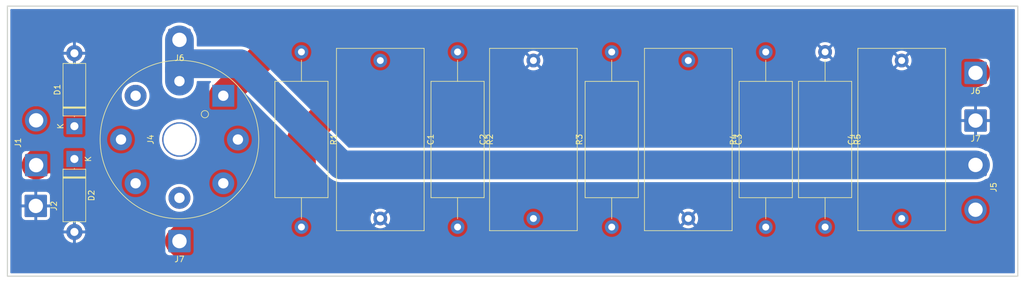
<source format=kicad_pcb>
(kicad_pcb (version 20211014) (generator pcbnew)
  (layers (0 "F.Cu" signal) (31 "B.Cu" signal) (34 "B.Paste" user) (35 "F.Paste" user) (36 "B.SilkS" user "B.Silkscreen") (37 "F.SilkS" user "F.Silkscreen") (38 "B.Mask" user) (39 "F.Mask" user) (44 "Edge.Cuts" user))
  (net 0 "")
  (net 1 "Net-(C1-Pad1)")
  (net 2 "Net-(C2-Pad1)")
  (net 3 "Net-(C3-Pad1)")
  (net 4 "Net-(C4-Pad1)")
  (net 5 "Net-(D1-Pad1)")
  (net 6 "Net-(D2-Pad1)")
  (net 7 "Net-(J3-Pad2)")
  (net 8 "Net-(J4-Pad1)")
  (net 11 "GND")
  (footprint "Connector_Wire:SolderWire-2sqmm_1x02_P7.8mm_D2mm_OD3.9mm" (layer "F.Cu") (at -59.64 103.17 90)
    (fp_text reference "J1" (at 3.9 -3.15 90) (layer "F.SilkS"))
    (fp_text value "300Vac")
    (pad "1" thru_hole roundrect locked (at 0 0 90) (size 3.9 3.9) (drill 2.5) (layers *.Cu *.Mask) (roundrect_rratio 0.064103) (net 6 "Net-(D2-Pad1)"))
    (pad "2" thru_hole circle locked (at 7.8 0 90) (size 3.9 3.9) (drill 2.5) (layers *.Cu *.Mask) (net 5 "Net-(D1-Pad1)"))
  )
  (footprint "Connector_Wire:SolderWire-2sqmm_1x01_D2mm_OD3.9mm" (layer "F.Cu") (at -34.73 116.4 180)
    (fp_text reference "J7" (at 0 -3.15) (layer "F.SilkS"))
    (fp_text value "6.3Vac")
    (pad "1" thru_hole roundrect locked (at 0 0 180) (size 3.9 3.9) (drill 2.5) (layers *.Cu *.Mask) (roundrect_rratio 0.064103) (net 4 "Net-(C4-Pad1)"))
  )
  (footprint "Capacitor_THT:C_Rect_L31.5mm_W15.0mm_P27.50mm_MKS4" (layer "F.Cu") (at 26.79 112.46 90)
    (fp_text reference "C2" (at 13.75 -8.75 90) (layer "F.SilkS"))
    (fp_text value "C")
    (fp_line (start -2.12 -7.62) (end -2.12 7.62) (layer "F.SilkS") (width 0.12))
    (fp_line (start -2.12 -7.62) (end 29.62 -7.62) (layer "F.SilkS") (width 0.12))
    (fp_line (start 29.62 -7.62) (end 29.62 7.62) (layer "F.SilkS") (width 0.12))
    (fp_line (start -2.12 7.62) (end 29.62 7.62) (layer "F.SilkS") (width 0.12))
    (pad "1" thru_hole circle locked (at 0 0 90) (size 2.4 2.4) (drill 1.2) (layers *.Cu *.Mask) (net 2 "Net-(C2-Pad1)"))
    (pad "2" thru_hole circle locked (at 27.5 0 90) (size 2.4 2.4) (drill 1.2) (layers *.Cu *.Mask) (net 11 "GND"))
  )
  (footprint "Valve:Valve_Octal" (layer "F.Cu") (at -27.11 91.09 90)
    (fp_text reference "J4" (at -7.62 -12.62 90) (layer "F.SilkS"))
    (fp_text value "6BY5")
    (fp_circle (center -3.21 -3.2) (end -2.77 -2.75) (layer "F.SilkS") (width 0.12) (fill none))
    (fp_circle (center -7.62 -7.62) (end 2.13 2.13) (layer "F.SilkS") (width 0.12) (fill none))
    (pad "" thru_hole circle locked (at -7.62 -7.62 90) (size 6 6) (drill 5.5) (layers *.Cu *.Mask))
    (pad "1" thru_hole rect locked (at 0 0 90) (size 3.81 3.81) (drill 1.8) (layers *.Cu *.Mask) (net 8 "Net-(J4-Pad1)"))
    (pad "2" thru_hole circle locked (at 2.54 -7.62 90) (size 3.81 3.81) (drill 1.8) (layers *.Cu *.Mask) (net 7 "Net-(J3-Pad2)"))
    (pad "3" thru_hole circle locked (at 0 -15.24 90) (size 3.81 3.81) (drill 1.8) (layers *.Cu *.Mask))
    (pad "4" thru_hole circle locked (at -7.62 -17.78 90) (size 3.81 3.81) (drill 1.8) (layers *.Cu *.Mask) (net 5 "Net-(D1-Pad1)"))
    (pad "5" thru_hole circle locked (at -15.24 -15.24 90) (size 3.81 3.81) (drill 1.8) (layers *.Cu *.Mask) (net 6 "Net-(D2-Pad1)"))
    (pad "6" thru_hole circle locked (at -17.78 -7.62 90) (size 3.81 3.81) (drill 1.8) (layers *.Cu *.Mask))
    (pad "7" thru_hole circle locked (at -15.24 0 90) (size 3.81 3.81) (drill 1.8) (layers *.Cu *.Mask) (net 4 "Net-(C4-Pad1)"))
    (pad "8" thru_hole circle locked (at -7.62 2.54 90) (size 3.81 3.81) (drill 1.8) (layers *.Cu *.Mask) (net 8 "Net-(J4-Pad1)"))
  )
  (footprint "Connector_Wire:SolderWire-2sqmm_1x01_D2mm_OD3.9mm" (layer "F.Cu") (at 103.64 87.11 180)
    (fp_text reference "J6" (at 0 -3.15) (layer "F.SilkS"))
    (fp_text value "350V")
    (pad "1" thru_hole roundrect locked (at 0 0 180) (size 3.9 3.9) (drill 2.5) (layers *.Cu *.Mask) (roundrect_rratio 0.064103) (net 3 "Net-(C3-Pad1)"))
  )
  (footprint "Resistor_THT:R_Axial_DIN0922_L20.0mm_D9.0mm_P30.48mm_Horizontal" (layer "F.Cu") (at 40.4 113.955 90)
    (fp_text reference "R3" (at 15.24 -5.62 90) (layer "F.SilkS"))
    (fp_text value "500")
    (fp_line (start 5.12 -4.62) (end 5.12 4.62) (layer "F.SilkS") (width 0.12))
    (fp_line (start 5.12 4.62) (end 25.36 4.62) (layer "F.SilkS") (width 0.12))
    (fp_line (start 29.04 0) (end 25.36 0) (layer "F.SilkS") (width 0.12))
    (fp_line (start 1.44 0) (end 5.12 0) (layer "F.SilkS") (width 0.12))
    (fp_line (start 25.36 4.62) (end 25.36 -4.62) (layer "F.SilkS") (width 0.12))
    (fp_line (start 25.36 -4.62) (end 5.12 -4.62) (layer "F.SilkS") (width 0.12))
    (pad "1" thru_hole circle locked (at 0 0 90) (size 2.4 2.4) (drill 1.2) (layers *.Cu *.Mask) (net 2 "Net-(C2-Pad1)"))
    (pad "2" thru_hole oval locked (at 30.48 0 90) (size 2.4 2.4) (drill 1.2) (layers *.Cu *.Mask) (net 3 "Net-(C3-Pad1)"))
  )
  (footprint "Resistor_THT:R_Axial_DIN0922_L20.0mm_D9.0mm_P30.48mm_Horizontal" (layer "F.Cu") (at 13.61 83.465 -90)
    (fp_text reference "R2" (at 15.24 -5.62 90) (layer "F.SilkS"))
    (fp_text value "500")
    (fp_line (start 29.04 0) (end 25.36 0) (layer "F.SilkS") (width 0.12))
    (fp_line (start 25.36 -4.62) (end 5.12 -4.62) (layer "F.SilkS") (width 0.12))
    (fp_line (start 1.44 0) (end 5.12 0) (layer "F.SilkS") (width 0.12))
    (fp_line (start 5.12 -4.62) (end 5.12 4.62) (layer "F.SilkS") (width 0.12))
    (fp_line (start 25.36 4.62) (end 25.36 -4.62) (layer "F.SilkS") (width 0.12))
    (fp_line (start 5.12 4.62) (end 25.36 4.62) (layer "F.SilkS") (width 0.12))
    (pad "1" thru_hole circle locked (at 0 0 270) (size 2.4 2.4) (drill 1.2) (layers *.Cu *.Mask) (net 1 "Net-(C1-Pad1)"))
    (pad "2" thru_hole oval locked (at 30.48 0 270) (size 2.4 2.4) (drill 1.2) (layers *.Cu *.Mask) (net 2 "Net-(C2-Pad1)"))
  )
  (footprint "Resistor_THT:R_Axial_DIN0922_L20.0mm_D9.0mm_P30.48mm_Horizontal" (layer "F.Cu") (at -13.53 83.465 -90)
    (fp_text reference "R1" (at 15.24 -5.62 90) (layer "F.SilkS"))
    (fp_text value "250")
    (fp_line (start 25.36 4.62) (end 25.36 -4.62) (layer "F.SilkS") (width 0.12))
    (fp_line (start 29.04 0) (end 25.36 0) (layer "F.SilkS") (width 0.12))
    (fp_line (start 5.12 -4.62) (end 5.12 4.62) (layer "F.SilkS") (width 0.12))
    (fp_line (start 25.36 -4.62) (end 5.12 -4.62) (layer "F.SilkS") (width 0.12))
    (fp_line (start 5.12 4.62) (end 25.36 4.62) (layer "F.SilkS") (width 0.12))
    (fp_line (start 1.44 0) (end 5.12 0) (layer "F.SilkS") (width 0.12))
    (pad "1" thru_hole circle locked (at 0 0 270) (size 2.4 2.4) (drill 1.2) (layers *.Cu *.Mask) (net 8 "Net-(J4-Pad1)"))
    (pad "2" thru_hole oval locked (at 30.48 0 270) (size 2.4 2.4) (drill 1.2) (layers *.Cu *.Mask) (net 1 "Net-(C1-Pad1)"))
  )
  (footprint "Diode_THT:D_5W_P12.70mm_Horizontal" (layer "F.Cu") (at -52.99 96.390656 90)
    (fp_text reference "D1" (at 6.35 -2.97 90) (layer "F.SilkS"))
    (fp_text value "uf4007")
    (fp_text user "K" (at 0 -2.4 90) (layer "F.SilkS"))
    (fp_line (start 1.64 0) (end 1.78 0) (layer "F.SilkS") (width 0.12))
    (fp_line (start 3.235 -1.97) (end 3.235 1.97) (layer "F.SilkS") (width 0.12))
    (fp_line (start 10.92 -1.97) (end 1.78 -1.97) (layer "F.SilkS") (width 0.12))
    (fp_line (start 3.355 -1.97) (end 3.355 1.97) (layer "F.SilkS") (width 0.12))
    (fp_line (start 3.115 -1.97) (end 3.115 1.97) (layer "F.SilkS") (width 0.12))
    (fp_line (start 1.78 1.97) (end 10.92 1.97) (layer "F.SilkS") (width 0.12))
    (fp_line (start 11.06 0) (end 10.92 0) (layer "F.SilkS") (width 0.12))
    (fp_line (start 1.78 -1.97) (end 1.78 1.97) (layer "F.SilkS") (width 0.12))
    (fp_line (start 10.92 1.97) (end 10.92 -1.97) (layer "F.SilkS") (width 0.12))
    (pad "1" thru_hole rect locked (at 0 0 90) (size 2.8 2.8) (drill 1.4) (layers *.Cu *.Mask) (net 5 "Net-(D1-Pad1)"))
    (pad "2" thru_hole oval locked (at 12.7 0 90) (size 2.8 2.8) (drill 1.4) (layers *.Cu *.Mask) (net 11 "GND"))
  )
  (footprint "Capacitor_THT:C_Rect_L31.5mm_W15.0mm_P27.50mm_MKS4" (layer "F.Cu") (at 53.71 84.96 -90)
    (fp_text reference "C3" (at 13.75 -8.75 90) (layer "F.SilkS"))
    (fp_text value "C")
    (fp_line (start -2.12 7.62) (end 29.62 7.62) (layer "F.SilkS") (width 0.12))
    (fp_line (start 29.62 -7.62) (end 29.62 7.62) (layer "F.SilkS") (width 0.12))
    (fp_line (start -2.12 -7.62) (end -2.12 7.62) (layer "F.SilkS") (width 0.12))
    (fp_line (start -2.12 -7.62) (end 29.62 -7.62) (layer "F.SilkS") (width 0.12))
    (pad "1" thru_hole circle locked (at 0 0 270) (size 2.4 2.4) (drill 1.2) (layers *.Cu *.Mask) (net 3 "Net-(C3-Pad1)"))
    (pad "2" thru_hole circle locked (at 27.5 0 270) (size 2.4 2.4) (drill 1.2) (layers *.Cu *.Mask) (net 11 "GND"))
  )
  (footprint "Capacitor_THT:C_Rect_L31.5mm_W15.0mm_P27.50mm_MKS4" (layer "F.Cu") (at 0.18 84.96 -90)
    (fp_text reference "C1" (at 13.75 -8.75 90) (layer "F.SilkS"))
    (fp_text value "C")
    (fp_line (start -2.12 -7.62) (end -2.12 7.62) (layer "F.SilkS") (width 0.12))
    (fp_line (start -2.12 -7.62) (end 29.62 -7.62) (layer "F.SilkS") (width 0.12))
    (fp_line (start -2.12 7.62) (end 29.62 7.62) (layer "F.SilkS") (width 0.12))
    (fp_line (start 29.62 -7.62) (end 29.62 7.62) (layer "F.SilkS") (width 0.12))
    (pad "1" thru_hole circle locked (at 0 0 270) (size 2.4 2.4) (drill 1.2) (layers *.Cu *.Mask) (net 1 "Net-(C1-Pad1)"))
    (pad "2" thru_hole circle locked (at 27.5 0 270) (size 2.4 2.4) (drill 1.2) (layers *.Cu *.Mask) (net 11 "GND"))
  )
  (footprint "Resistor_THT:R_Axial_DIN0922_L20.0mm_D9.0mm_P30.48mm_Horizontal" (layer "F.Cu") (at 67.17 113.955 90)
    (fp_text reference "R4" (at 15.24 -5.62 90) (layer "F.SilkS"))
    (fp_text value "100K")
    (fp_line (start 5.12 -4.62) (end 5.12 4.62) (layer "F.SilkS") (width 0.12))
    (fp_line (start 5.12 4.62) (end 25.36 4.62) (layer "F.SilkS") (width 0.12))
    (fp_line (start 1.44 0) (end 5.12 0) (layer "F.SilkS") (width 0.12))
    (fp_line (start 25.36 4.62) (end 25.36 -4.62) (layer "F.SilkS") (width 0.12))
    (fp_line (start 25.36 -4.62) (end 5.12 -4.62) (layer "F.SilkS") (width 0.12))
    (fp_line (start 29.04 0) (end 25.36 0) (layer "F.SilkS") (width 0.12))
    (pad "1" thru_hole circle locked (at 0 0 90) (size 2.4 2.4) (drill 1.2) (layers *.Cu *.Mask) (net 4 "Net-(C4-Pad1)"))
    (pad "2" thru_hole oval locked (at 30.48 0 90) (size 2.4 2.4) (drill 1.2) (layers *.Cu *.Mask) (net 3 "Net-(C3-Pad1)"))
  )
  (footprint "Connector_Wire:SolderWire-2sqmm_1x01_D2mm_OD3.9mm" (layer "F.Cu") (at -59.7 110.27 -90)
    (fp_text reference "J2" (at 0 -3.15 90) (layer "F.SilkS"))
    (fp_text value "Gnd Ac")
    (pad "1" thru_hole roundrect locked (at 0 0 270) (size 3.9 3.9) (drill 2.5) (layers *.Cu *.Mask) (roundrect_rratio 0.064103) (net 11 "GND"))
  )
  (footprint "Connector_Wire:SolderWire-2sqmm_1x01_D2mm_OD3.9mm" (layer "F.Cu") (at 103.64 95.41 180)
    (fp_text reference "J7" (at 0 -3.15) (layer "F.SilkS"))
    (fp_text value "Gnd 350V")
    (pad "1" thru_hole roundrect locked (at 0 0 180) (size 3.9 3.9) (drill 2.5) (layers *.Cu *.Mask) (roundrect_rratio 0.064103) (net 11 "GND"))
  )
  (footprint "Resistor_THT:R_Axial_DIN0922_L20.0mm_D9.0mm_P30.48mm_Horizontal" (layer "F.Cu") (at 77.49 83.465 -90)
    (fp_text reference "R5" (at 15.24 -5.62 90) (layer "F.SilkS"))
    (fp_text value "10K")
    (fp_line (start 1.44 0) (end 5.12 0) (layer "F.SilkS") (width 0.12))
    (fp_line (start 25.36 -4.62) (end 5.12 -4.62) (layer "F.SilkS") (width 0.12))
    (fp_line (start 29.04 0) (end 25.36 0) (layer "F.SilkS") (width 0.12))
    (fp_line (start 5.12 4.62) (end 25.36 4.62) (layer "F.SilkS") (width 0.12))
    (fp_line (start 25.36 4.62) (end 25.36 -4.62) (layer "F.SilkS") (width 0.12))
    (fp_line (start 5.12 -4.62) (end 5.12 4.62) (layer "F.SilkS") (width 0.12))
    (pad "1" thru_hole circle locked (at 0 0 270) (size 2.4 2.4) (drill 1.2) (layers *.Cu *.Mask) (net 11 "GND"))
    (pad "2" thru_hole oval locked (at 30.48 0 270) (size 2.4 2.4) (drill 1.2) (layers *.Cu *.Mask) (net 4 "Net-(C4-Pad1)"))
  )
  (footprint "Capacitor_THT:C_Rect_L31.5mm_W15.0mm_P27.50mm_MKS4" (layer "F.Cu") (at 90.8 112.46 90)
    (fp_text reference "C4" (at 13.75 -8.75 90) (layer "F.SilkS"))
    (fp_text value "C")
    (fp_line (start -2.12 7.62) (end 29.62 7.62) (layer "F.SilkS") (width 0.12))
    (fp_line (start -2.12 -7.62) (end 29.62 -7.62) (layer "F.SilkS") (width 0.12))
    (fp_line (start 29.62 -7.62) (end 29.62 7.62) (layer "F.SilkS") (width 0.12))
    (fp_line (start -2.12 -7.62) (end -2.12 7.62) (layer "F.SilkS") (width 0.12))
    (pad "1" thru_hole circle locked (at 0 0 90) (size 2.4 2.4) (drill 1.2) (layers *.Cu *.Mask) (net 4 "Net-(C4-Pad1)"))
    (pad "2" thru_hole circle locked (at 27.5 0 90) (size 2.4 2.4) (drill 1.2) (layers *.Cu *.Mask) (net 11 "GND"))
  )
  (footprint "Connector_Wire:SolderWire-2sqmm_1x02_P7.8mm_D2mm_OD3.9mm" (layer "F.Cu") (at 103.63 103.132979 -90)
    (fp_text reference "J5" (at 3.9 -3.15 90) (layer "F.SilkS"))
    (fp_text value "Heater")
    (pad "1" thru_hole roundrect locked (at 0 0 270) (size 3.9 3.9) (drill 2.5) (layers *.Cu *.Mask) (roundrect_rratio 0.064103) (net 7 "Net-(J3-Pad2)"))
    (pad "2" thru_hole circle locked (at 7.8 0 270) (size 3.9 3.9) (drill 2.5) (layers *.Cu *.Mask) (net 4 "Net-(C4-Pad1)"))
  )
  (footprint "Connector_Wire:SolderWire-2sqmm_1x01_D2mm_OD3.9mm" (layer "F.Cu") (at -34.73 81.36 180)
    (fp_text reference "J6" (at 0 -3.15) (layer "F.SilkS"))
    (fp_text value "6.3Vac")
    (pad "1" thru_hole roundrect locked (at 0 0 180) (size 3.9 3.9) (drill 2.5) (layers *.Cu *.Mask) (roundrect_rratio 0.064103) (net 7 "Net-(J3-Pad2)"))
  )
  (footprint "Diode_THT:D_5W_P12.70mm_Horizontal" (layer "F.Cu") (at -52.99 102.101531 -90)
    (fp_text reference "D2" (at 6.35 -2.97 90) (layer "F.SilkS"))
    (fp_text value "uf4007")
    (fp_text user "K" (at 0 -2.4 90) (layer "F.SilkS"))
    (fp_line (start 1.78 1.97) (end 10.92 1.97) (layer "F.SilkS") (width 0.12))
    (fp_line (start 10.92 -1.97) (end 1.78 -1.97) (layer "F.SilkS") (width 0.12))
    (fp_line (start 1.78 -1.97) (end 1.78 1.97) (layer "F.SilkS") (width 0.12))
    (fp_line (start 1.64 0) (end 1.78 0) (layer "F.SilkS") (width 0.12))
    (fp_line (start 3.235 -1.97) (end 3.235 1.97) (layer "F.SilkS") (width 0.12))
    (fp_line (start 10.92 1.97) (end 10.92 -1.97) (layer "F.SilkS") (width 0.12))
    (fp_line (start 3.355 -1.97) (end 3.355 1.97) (layer "F.SilkS") (width 0.12))
    (fp_line (start 11.06 0) (end 10.92 0) (layer "F.SilkS") (width 0.12))
    (fp_line (start 3.115 -1.97) (end 3.115 1.97) (layer "F.SilkS") (width 0.12))
    (pad "1" thru_hole rect locked (at 0 0 270) (size 2.8 2.8) (drill 1.4) (layers *.Cu *.Mask) (net 6 "Net-(D2-Pad1)"))
    (pad "2" thru_hole oval locked (at 12.7 0 270) (size 2.8 2.8) (drill 1.4) (layers *.Cu *.Mask) (net 11 "GND"))
  )
  (gr_rect (start 110.98 122.51) (end -64.63 75.49) (layer "Edge.Cuts") (width 0.2) (fill none))
  (segment (start -13.53 113.945) (end -13.53 98.67) (width 5) (layer "F.Cu") (net 1))
  (segment (start 0.18 84.96) (end 12.115 84.96) (width 5) (layer "F.Cu") (net 1))
  (segment (start 12.115 84.96) (end 13.61 83.465) (width 5) (layer "F.Cu") (net 1))
  (segment (start -13.53 98.67) (end 0.18 84.96) (width 5) (layer "F.Cu") (net 1))
  (segment (start 40.39 113.945) (end 40.4 113.955) (width 5) (layer "F.Cu") (net 2))
  (segment (start 26.79 113.39) (end 27.345 113.945) (width 5) (layer "F.Cu") (net 2))
  (segment (start 13.61 113.945) (end 27.345 113.945) (width 5) (layer "F.Cu") (net 2))
  (segment (start 26.79 112.46) (end 26.79 113.39) (width 5) (layer "F.Cu") (net 2))
  (segment (start 27.345 113.945) (end 40.39 113.945) (width 5) (layer "F.Cu") (net 2))
  (segment (start 103.64 87.11) (end 98.02 87.11) (width 5) (layer "F.Cu") (net 3))
  (segment (start 98.02 87.11) (end 94.72 90.41) (width 5) (layer "F.Cu") (net 3))
  (segment (start 53.71 83.49) (end 53.725 83.475) (width 5) (layer "F.Cu") (net 3))
  (segment (start 94.72 90.41) (end 56.94 90.41) (width 5) (layer "F.Cu") (net 3))
  (segment (start 53.71 84.96) (end 53.71 83.49) (width 5) (layer "F.Cu") (net 3))
  (segment (start 53.725 83.475) (end 67.17 83.475) (width 5) (layer "F.Cu") (net 3))
  (segment (start 40.4 83.475) (end 53.725 83.475) (width 5) (layer "F.Cu") (net 3))
  (segment (start 53.71 87.18) (end 53.71 84.96) (width 5) (layer "F.Cu") (net 3))
  (segment (start 56.94 90.41) (end 53.71 87.18) (width 5) (layer "F.Cu") (net 3))
  (segment (start 61.715 119.41) (end -31.72 119.41) (width 5) (layer "F.Cu") (net 4))
  (segment (start -31.72 119.41) (end -34.73 116.4) (width 5) (layer "F.Cu") (net 4))
  (segment (start 67.17 113.955) (end 61.715 119.41) (width 5) (layer "F.Cu") (net 4))
  (segment (start 92.327021 110.932979) (end 90.8 112.46) (width 5) (layer "F.Cu") (net 4))
  (segment (start -27.11 108.78) (end -27.11 106.33) (width 5) (layer "F.Cu") (net 4))
  (segment (start 77.49 113.945) (end 89.315 113.945) (width 5) (layer "F.Cu") (net 4))
  (segment (start 103.63 110.932979) (end 92.327021 110.932979) (width 5) (layer "F.Cu") (net 4))
  (segment (start 89.315 113.945) (end 90.8 112.46) (width 5) (layer "F.Cu") (net 4))
  (segment (start 77.48 113.955) (end 77.49 113.945) (width 5) (layer "F.Cu") (net 4))
  (segment (start -34.73 116.4) (end -27.11 108.78) (width 5) (layer "F.Cu") (net 4))
  (segment (start 67.17 113.955) (end 77.48 113.955) (width 5) (layer "F.Cu") (net 4))
  (segment (start -58.619344 96.390656) (end -59.64 95.37) (width 5) (layer "F.Cu") (net 5))
  (segment (start -52.99 96.390656) (end -58.619344 96.390656) (width 5) (layer "F.Cu") (net 5))
  (segment (start -47.209344 96.390656) (end -44.89 98.71) (width 5) (layer "F.Cu") (net 5))
  (segment (start -52.99 96.390656) (end -47.209344 96.390656) (width 5) (layer "F.Cu") (net 5))
  (segment (start -52.99 102.101531) (end -58.571531 102.101531) (width 5) (layer "F.Cu") (net 6))
  (segment (start -42.35 106.33) (end -48.761531 106.33) (width 5) (layer "F.Cu") (net 6))
  (segment (start -48.761531 106.33) (end -52.99 102.101531) (width 5) (layer "F.Cu") (net 6))
  (segment (start -58.571531 102.101531) (end -59.64 103.17) (width 5) (layer "F.Cu") (net 6))
  (segment (start -6.587021 103.132979) (end -24.2 85.52) (width 5) (layer "B.Cu") (net 7))
  (segment (start -24.2 85.52) (end -33.7 85.52) (width 5) (layer "B.Cu") (net 7))
  (segment (start -33.7 85.52) (end -34.73 86.55) (width 5) (layer "B.Cu") (net 7))
  (segment (start -34.73 86.55) (end -34.73 81.36) (width 5) (layer "B.Cu") (net 7))
  (segment (start -34.73 88.55) (end -34.73 86.55) (width 5) (layer "B.Cu") (net 7))
  (segment (start 103.63 103.132979) (end -6.587021 103.132979) (width 5) (layer "B.Cu") (net 7))
  (segment (start -27.11 96.17) (end -24.57 98.71) (width 5) (layer "F.Cu") (net 8))
  (segment (start -13.53 83.465) (end -19.485 83.465) (width 5) (layer "F.Cu") (net 8))
  (segment (start -19.485 83.465) (end -27.11 91.09) (width 5) (layer "F.Cu") (net 8))
  (segment (start -27.11 91.09) (end -27.11 96.17) (width 5) (layer "F.Cu") (net 8))
  (zone (net 11) (net_name "GND") (layer "B.Cu") (connect_pads (clearance 0.508)) (min_thickness 0.254) (fill yes (thermal_gap 0.508) (thermal_bridge_width 0.508))
    (polygon (pts (xy 112.06 125.08) (xy -65.92 125.08) (xy -65.92 74.42) (xy 112.06 74.42)))
  )
)
</source>
